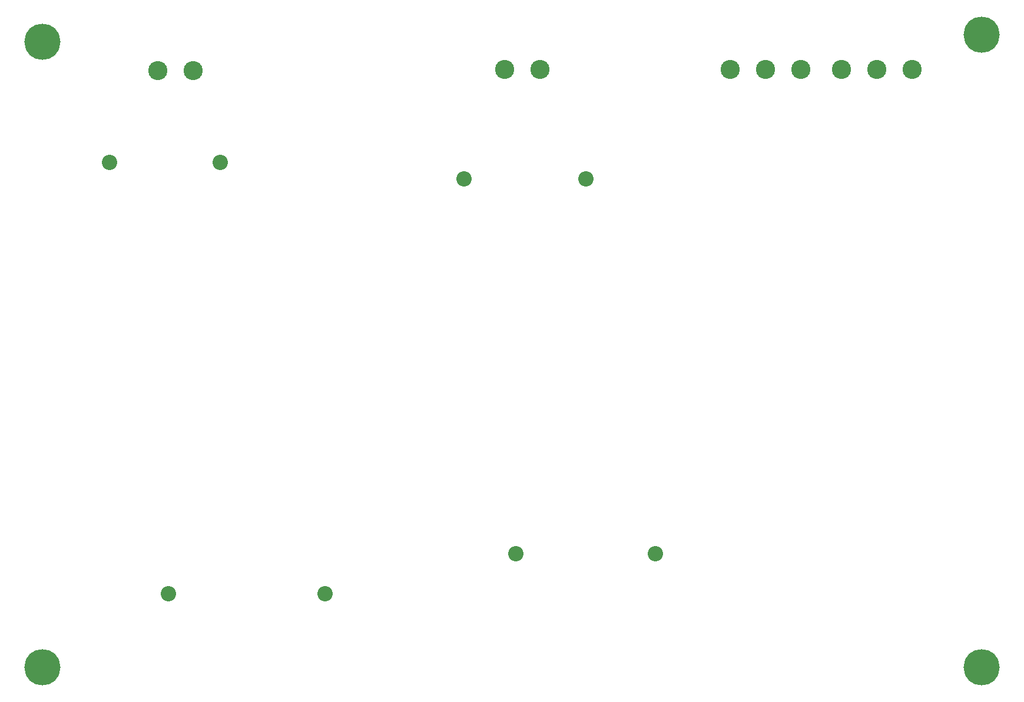
<source format=gbs>
G04 Layer_Color=16711935*
%FSLAX44Y44*%
%MOMM*%
G71*
G01*
G75*
%ADD15C,2.7432*%
G04:AMPARAMS|DCode=16|XSize=5.2032mm|YSize=5.2032mm|CornerRadius=2.6016mm|HoleSize=0mm|Usage=FLASHONLY|Rotation=0.000|XOffset=0mm|YOffset=0mm|HoleType=Round|Shape=RoundedRectangle|*
%AMROUNDEDRECTD16*
21,1,5.2032,0.0000,0,0,0.0*
21,1,0.0000,5.2032,0,0,0.0*
1,1,5.2032,0.0000,0.0000*
1,1,5.2032,0.0000,0.0000*
1,1,5.2032,0.0000,0.0000*
1,1,5.2032,0.0000,0.0000*
%
%ADD16ROUNDEDRECTD16*%
G04:AMPARAMS|DCode=17|XSize=2.2032mm|YSize=2.2032mm|CornerRadius=1.1016mm|HoleSize=0mm|Usage=FLASHONLY|Rotation=270.000|XOffset=0mm|YOffset=0mm|HoleType=Round|Shape=RoundedRectangle|*
%AMROUNDEDRECTD17*
21,1,2.2032,0.0000,0,0,270.0*
21,1,0.0000,2.2032,0,0,270.0*
1,1,2.2032,0.0000,0.0000*
1,1,2.2032,0.0000,0.0000*
1,1,2.2032,0.0000,0.0000*
1,1,2.2032,0.0000,0.0000*
%
%ADD17ROUNDEDRECTD17*%
D15*
X1025400Y1170000D02*
D03*
X974600D02*
D03*
X1299200D02*
D03*
X1350000D02*
D03*
X1400800D02*
D03*
X1459200D02*
D03*
X1510000D02*
D03*
X1560800D02*
D03*
X527050Y1168400D02*
D03*
X476250D02*
D03*
D16*
X310000Y310000D02*
D03*
Y1210000D02*
D03*
X1660000Y310000D02*
D03*
Y1220000D02*
D03*
D17*
X491000Y416000D02*
D03*
X716100D02*
D03*
X990700Y473000D02*
D03*
X1191100D02*
D03*
X1091000Y1013000D02*
D03*
X916000D02*
D03*
X566000Y1036000D02*
D03*
X406000D02*
D03*
M02*

</source>
